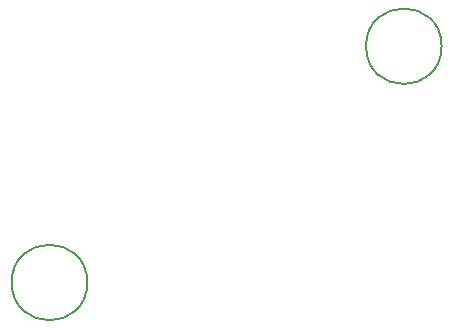
<source format=gbr>
%TF.GenerationSoftware,KiCad,Pcbnew,7.0.8*%
%TF.CreationDate,2024-01-22T00:16:33-08:00*%
%TF.ProjectId,PWMGen R1,50574d47-656e-4205-9231-2e6b69636164,rev?*%
%TF.SameCoordinates,Original*%
%TF.FileFunction,Other,Comment*%
%FSLAX46Y46*%
G04 Gerber Fmt 4.6, Leading zero omitted, Abs format (unit mm)*
G04 Created by KiCad (PCBNEW 7.0.8) date 2024-01-22 00:16:33*
%MOMM*%
%LPD*%
G01*
G04 APERTURE LIST*
%ADD10C,0.150000*%
G04 APERTURE END LIST*
D10*
%TO.C,H1*%
X-128601100Y136053600D02*
G75*
G03*
X-128601100Y136053600I-3200000J0D01*
G01*
%TO.C,H2*%
X-98601100Y156053600D02*
G75*
G03*
X-98601100Y156053600I-3200000J0D01*
G01*
%TD*%
M02*

</source>
